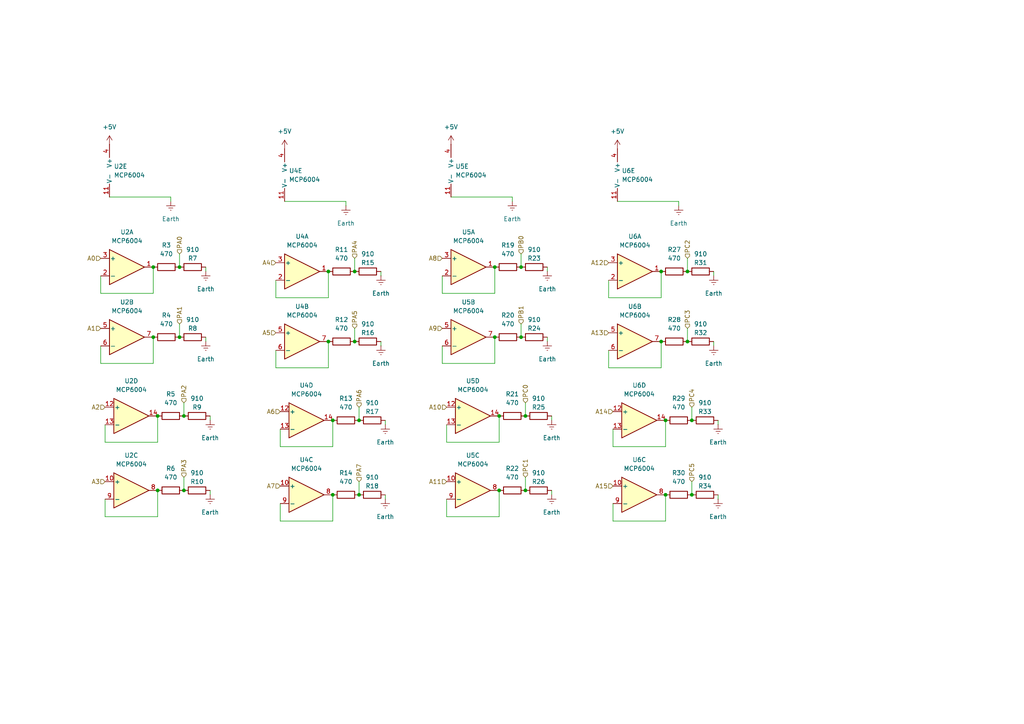
<source format=kicad_sch>
(kicad_sch (version 20231120) (generator "eeschema") (generator_version "8.0")
  (paper "A4")
  (title_block (title "STM32F407 Mega Layout") (date "2025-02-22") (rev "1.2") (company "MAZDUINO") (comment 1 "202501"))
  (lib_symbols
    (symbol "Amplifier_Operational:MCP6004" (pin_names (offset 0.127))
      (property "Reference" "U" (at 0 5.08 0))
      (property "Value" "MCP6004" (at 0 -5.08 0))
      (symbol "MCP6004_1_1"
        (polyline (pts (xy -5.08 5.08) (xy 5.08 0) (xy -5.08 -5.08) (xy -5.08 5.08)) (stroke (width 0.254)) (fill (type background)))
        (pin output line (at 7.62 0 180) (length 2.54) (name "~") (number "1"))
        (pin input line (at -7.62 -2.54 0) (length 2.54) (name "-") (number "2"))
        (pin input line (at -7.62 2.54 0) (length 2.54) (name "+") (number "3"))
      )
      (symbol "MCP6004_2_1"
        (polyline (pts (xy -5.08 5.08) (xy 5.08 0) (xy -5.08 -5.08) (xy -5.08 5.08)) (stroke (width 0.254)) (fill (type background)))
        (pin input line (at -7.62 2.54 0) (length 2.54) (name "+") (number "5"))
        (pin input line (at -7.62 -2.54 0) (length 2.54) (name "-") (number "6"))
        (pin output line (at 7.62 0 180) (length 2.54) (name "~") (number "7"))
      )
      (symbol "MCP6004_3_1"
        (polyline (pts (xy -5.08 5.08) (xy 5.08 0) (xy -5.08 -5.08) (xy -5.08 5.08)) (stroke (width 0.254)) (fill (type background)))
        (pin input line (at -7.62 2.54 0) (length 2.54) (name "+") (number "10"))
        (pin output line (at 7.62 0 180) (length 2.54) (name "~") (number "8"))
        (pin input line (at -7.62 -2.54 0) (length 2.54) (name "-") (number "9"))
      )
      (symbol "MCP6004_4_1"
        (polyline (pts (xy -5.08 5.08) (xy 5.08 0) (xy -5.08 -5.08) (xy -5.08 5.08)) (stroke (width 0.254)) (fill (type background)))
        (pin input line (at -7.62 2.54 0) (length 2.54) (name "+") (number "12"))
        (pin input line (at -7.62 -2.54 0) (length 2.54) (name "-") (number "13"))
        (pin output line (at 7.62 0 180) (length 2.54) (name "~") (number "14"))
      )
      (symbol "MCP6004_5_1"
        (pin power_in line (at -2.54 -7.62 90) (length 3.81) (name "V-") (number "11"))
        (pin power_in line (at -2.54 7.62 270) (length 3.81) (name "V+") (number "4"))
      )
    )
    (symbol "Device:R" (pin_numbers hide) (pin_names (offset 0))
      (property "Reference" "R" (at 2.032 0 90))
      (property "Value" "R" (at 0 0 90))
      (symbol "R_0_1"
        (rectangle (start -1.016 -2.54) (end 1.016 2.54) (stroke (width 0.254)))
      )
      (symbol "R_1_1"
        (pin passive line (at 0 3.81 270) (length 1.27) (name "~") (number "1"))
        (pin passive line (at 0 -3.81 90) (length 1.27) (name "~") (number "2"))
      )
    )
    (symbol "power:+5V" (power) (pin_numbers hide) (pin_names (offset 0) hide)
      (property "Value" "+5V" (at 0 3.556 0))
      (symbol "+5V_0_1"
        (polyline (pts (xy -0.762 1.27) (xy 0 2.54)))
        (polyline (pts (xy 0 0) (xy 0 2.54)))
        (polyline (pts (xy 0 2.54) (xy 0.762 1.27)))
      )
      (symbol "+5V_1_1"
        (pin power_in line (at 0 0 90) (length 0) (name "~") (number "1"))
      )
    )
    (symbol "power:Earth" (power) (pin_numbers hide) (pin_names (offset 0) hide)
      (property "Value" "Earth" (at 0 -3.81 0))
      (symbol "Earth_0_1"
        (polyline (pts (xy -0.635 -1.905) (xy 0.635 -1.905)))
        (polyline (pts (xy -0.127 -2.54) (xy 0.127 -2.54)))
        (polyline (pts (xy 0 -1.27) (xy 0 0)))
        (polyline (pts (xy 1.27 -1.27) (xy -1.27 -1.27)))
      )
      (symbol "Earth_1_1"
        (pin power_in line (at 0 0 270) (length 0) (name "~") (number "1"))
      )
    )
  )
  (junction (at 45.72 120.65))
  (junction (at 52.07 97.79))
  (junction (at 96.52 121.92))
  (junction (at 44.45 97.79))
  (junction (at 96.52 143.51))
  (junction (at 200.66 121.92))
  (junction (at 104.14 121.92))
  (junction (at 193.04 143.51))
  (junction (at 200.66 143.51))
  (junction (at 144.78 142.24))
  (junction (at 143.51 97.79))
  (junction (at 151.13 77.47))
  (junction (at 102.87 99.06))
  (junction (at 95.25 99.06))
  (junction (at 53.34 142.24))
  (junction (at 152.4 142.24))
  (junction (at 152.4 120.65))
  (junction (at 44.45 77.47))
  (junction (at 199.39 78.74))
  (junction (at 52.07 77.47))
  (junction (at 144.78 120.65))
  (junction (at 104.14 143.51))
  (junction (at 191.77 78.74))
  (junction (at 102.87 78.74))
  (junction (at 143.51 77.47))
  (junction (at 193.04 121.92))
  (junction (at 95.25 78.74))
  (junction (at 199.39 99.06))
  (junction (at 53.34 120.65))
  (junction (at 151.13 97.79))
  (junction (at 191.77 99.06))
  (junction (at 45.72 142.24))
  (wire (pts (xy 191.77 86.36) (xy 191.77 78.74)))
  (wire (pts (xy 29.21 85.09) (xy 44.45 85.09)))
  (wire (pts (xy 96.52 129.54) (xy 96.52 121.92)))
  (wire (pts (xy 100.33 58.42) (xy 100.33 59.69)))
  (wire (pts (xy 199.39 74.93) (xy 199.39 78.74)))
  (wire (pts (xy 200.66 118.11) (xy 200.66 121.92)))
  (wire (pts (xy 53.34 116.84) (xy 53.34 120.65)))
  (wire (pts (xy 193.04 151.13) (xy 193.04 143.51)))
  (wire (pts (xy 60.96 120.65) (xy 60.96 121.92)))
  (wire (pts (xy 81.28 129.54) (xy 96.52 129.54)))
  (wire (pts (xy 30.48 144.78) (xy 30.48 149.86)))
  (wire (pts (xy 191.77 106.68) (xy 191.77 99.06)))
  (wire (pts (xy 52.07 93.98) (xy 52.07 97.79)))
  (wire (pts (xy 80.01 86.36) (xy 95.25 86.36)))
  (wire (pts (xy 59.69 77.47) (xy 59.69 78.74)))
  (wire (pts (xy 82.55 58.42) (xy 100.33 58.42)))
  (wire (pts (xy 110.49 99.06) (xy 110.49 100.33)))
  (wire (pts (xy 129.54 128.27) (xy 144.78 128.27)))
  (wire (pts (xy 177.8 146.05) (xy 177.8 151.13)))
  (wire (pts (xy 176.53 86.36) (xy 191.77 86.36)))
  (wire (pts (xy 29.21 80.01) (xy 29.21 85.09)))
  (wire (pts (xy 104.14 139.7) (xy 104.14 143.51)))
  (wire (pts (xy 199.39 95.25) (xy 199.39 99.06)))
  (wire (pts (xy 177.8 151.13) (xy 193.04 151.13)))
  (wire (pts (xy 44.45 85.09) (xy 44.45 77.47)))
  (wire (pts (xy 179.07 58.42) (xy 196.85 58.42)))
  (wire (pts (xy 59.69 97.79) (xy 59.69 99.06)))
  (wire (pts (xy 144.78 128.27) (xy 144.78 120.65)))
  (wire (pts (xy 143.51 85.09) (xy 143.51 77.47)))
  (wire (pts (xy 95.25 106.68) (xy 95.25 99.06)))
  (wire (pts (xy 152.4 116.84) (xy 152.4 120.65)))
  (wire (pts (xy 111.76 143.51) (xy 111.76 144.78)))
  (wire (pts (xy 151.13 93.98) (xy 151.13 97.79)))
  (wire (pts (xy 128.27 105.41) (xy 143.51 105.41)))
  (wire (pts (xy 96.52 151.13) (xy 96.52 143.51)))
  (wire (pts (xy 143.51 105.41) (xy 143.51 97.79)))
  (wire (pts (xy 80.01 101.6) (xy 80.01 106.68)))
  (wire (pts (xy 193.04 129.54) (xy 193.04 121.92)))
  (wire (pts (xy 128.27 80.01) (xy 128.27 85.09)))
  (wire (pts (xy 30.48 128.27) (xy 45.72 128.27)))
  (wire (pts (xy 81.28 124.46) (xy 81.28 129.54)))
  (wire (pts (xy 53.34 138.43) (xy 53.34 142.24)))
  (wire (pts (xy 177.8 129.54) (xy 193.04 129.54)))
  (wire (pts (xy 176.53 81.28) (xy 176.53 86.36)))
  (wire (pts (xy 60.96 142.24) (xy 60.96 143.51)))
  (wire (pts (xy 81.28 146.05) (xy 81.28 151.13)))
  (wire (pts (xy 130.81 57.15) (xy 148.59 57.15)))
  (wire (pts (xy 95.25 86.36) (xy 95.25 78.74)))
  (wire (pts (xy 45.72 149.86) (xy 45.72 142.24)))
  (wire (pts (xy 158.75 77.47) (xy 158.75 78.74)))
  (wire (pts (xy 177.8 124.46) (xy 177.8 129.54)))
  (wire (pts (xy 30.48 149.86) (xy 45.72 149.86)))
  (wire (pts (xy 148.59 57.15) (xy 148.59 58.42)))
  (wire (pts (xy 111.76 121.92) (xy 111.76 123.19)))
  (wire (pts (xy 129.54 149.86) (xy 144.78 149.86)))
  (wire (pts (xy 200.66 139.7) (xy 200.66 143.51)))
  (wire (pts (xy 29.21 100.33) (xy 29.21 105.41)))
  (wire (pts (xy 129.54 144.78) (xy 129.54 149.86)))
  (wire (pts (xy 196.85 58.42) (xy 196.85 59.69)))
  (wire (pts (xy 31.75 57.15) (xy 49.53 57.15)))
  (wire (pts (xy 81.28 151.13) (xy 96.52 151.13)))
  (wire (pts (xy 158.75 97.79) (xy 158.75 99.06)))
  (wire (pts (xy 80.01 106.68) (xy 95.25 106.68)))
  (wire (pts (xy 144.78 149.86) (xy 144.78 142.24)))
  (wire (pts (xy 207.01 78.74) (xy 207.01 80.01)))
  (wire (pts (xy 151.13 73.66) (xy 151.13 77.47)))
  (wire (pts (xy 104.14 118.11) (xy 104.14 121.92)))
  (wire (pts (xy 160.02 120.65) (xy 160.02 121.92)))
  (wire (pts (xy 176.53 101.6) (xy 176.53 106.68)))
  (wire (pts (xy 208.28 143.51) (xy 208.28 144.78)))
  (wire (pts (xy 152.4 138.43) (xy 152.4 142.24)))
  (wire (pts (xy 129.54 123.19) (xy 129.54 128.27)))
  (wire (pts (xy 102.87 74.93) (xy 102.87 78.74)))
  (wire (pts (xy 128.27 100.33) (xy 128.27 105.41)))
  (wire (pts (xy 102.87 95.25) (xy 102.87 99.06)))
  (wire (pts (xy 44.45 105.41) (xy 44.45 97.79)))
  (wire (pts (xy 128.27 85.09) (xy 143.51 85.09)))
  (wire (pts (xy 29.21 105.41) (xy 44.45 105.41)))
  (wire (pts (xy 176.53 106.68) (xy 191.77 106.68)))
  (wire (pts (xy 49.53 57.15) (xy 49.53 58.42)))
  (wire (pts (xy 160.02 142.24) (xy 160.02 143.51)))
  (wire (pts (xy 207.01 99.06) (xy 207.01 100.33)))
  (wire (pts (xy 80.01 81.28) (xy 80.01 86.36)))
  (wire (pts (xy 30.48 123.19) (xy 30.48 128.27)))
  (wire (pts (xy 208.28 121.92) (xy 208.28 123.19)))
  (wire (pts (xy 110.49 78.74) (xy 110.49 80.01)))
  (wire (pts (xy 45.72 128.27) (xy 45.72 120.65)))
  (wire (pts (xy 52.07 73.66) (xy 52.07 77.47)))
  (hierarchical_label "PC1" (shape input) (at 152.4 138.43 90))
  (hierarchical_label "PC3" (shape input) (at 199.39 95.25 90))
  (hierarchical_label "A14" (shape input) (at 177.8 119.38 180))
  (hierarchical_label "A11" (shape input) (at 129.54 139.7 180))
  (hierarchical_label "PC5" (shape input) (at 200.66 139.7 90))
  (hierarchical_label "PC4" (shape input) (at 200.66 118.11 90))
  (hierarchical_label "PA0" (shape input) (at 52.07 73.66 90))
  (hierarchical_label "A1" (shape input) (at 29.21 95.25 180))
  (hierarchical_label "PC0" (shape input) (at 152.4 116.84 90))
  (hierarchical_label "A12" (shape input) (at 176.53 76.2 180))
  (hierarchical_label "A2" (shape input) (at 30.48 118.11 180))
  (hierarchical_label "PB1" (shape input) (at 151.13 93.98 90))
  (hierarchical_label "A15" (shape input) (at 177.8 140.97 180))
  (hierarchical_label "PA4" (shape input) (at 102.87 74.93 90))
  (hierarchical_label "A13" (shape input) (at 176.53 96.52 180))
  (hierarchical_label "A8" (shape input) (at 128.27 74.93 180))
  (hierarchical_label "A0" (shape input) (at 29.21 74.93 180))
  (hierarchical_label "A4" (shape input) (at 80.01 76.2 180))
  (hierarchical_label "PA7" (shape input) (at 104.14 139.7 90))
  (hierarchical_label "PB0" (shape input) (at 151.13 73.66 90))
  (hierarchical_label "A10" (shape input) (at 129.54 118.11 180))
  (hierarchical_label "PA5" (shape input) (at 102.87 95.25 90))
  (hierarchical_label "PA3" (shape input) (at 53.34 138.43 90))
  (hierarchical_label "PA1" (shape input) (at 52.07 93.98 90))
  (hierarchical_label "PA6" (shape input) (at 104.14 118.11 90))
  (hierarchical_label "PA2" (shape input) (at 53.34 116.84 90))
  (hierarchical_label "A7" (shape input) (at 81.28 140.97 180))
  (hierarchical_label "PC2" (shape input) (at 199.39 74.93 90))
  (hierarchical_label "A3" (shape input) (at 30.48 139.7 180))
  (hierarchical_label "A9" (shape input) (at 128.27 95.25 180))
  (hierarchical_label "A5" (shape input) (at 80.01 96.52 180))
  (hierarchical_label "A6" (shape input) (at 81.28 119.38 180))
  (symbol (lib_id "Amplifier_Operational:MCP6004") (at 36.83 97.79 0) (unit 2)
    (property "Reference" "U2" (at 36.83 87.63 0))
    (property "Value" "MCP6004" (at 36.83 90.17 0))
    (property "Footprint" "MCP6004T_I_SL:SOIC127P600X175-14N" (effects (hide yes)))
    (property "Datasheet" "http://ww1.microchip.com/downloads/en/DeviceDoc/21733j.pdf" (effects (hide yes)))
    (property "Description" "1MHz, Low-Power Op Amp, DIP-14/SOIC-14/TSSOP-14" (effects (hide yes)))
  )
  (symbol (lib_id "power:+5V") (at 82.55 43.18 0) (unit 1)
    (property "Reference" "#PWR022" (effects (hide yes)))
    (property "Value" "+5V" (at 82.55 38.1 0))
    (property "Description" "Power symbol creates a global label with name \"+5V\"" (effects (hide yes)))
  )
  (symbol (lib_id "Device:R") (at 55.88 97.79 90) (unit 1)
    (property "Reference" "R8" (at 55.88 95.25 90))
    (property "Value" "910" (at 55.88 92.71 90))
    (property "Footprint" "Resistor_SMD:R_0603_1608Metric" (effects (hide yes)))
    (property "Description" "Resistor" (effects (hide yes)))
  )
  (symbol (lib_id "Device:R") (at 154.94 77.47 90) (unit 1)
    (property "Reference" "R23" (at 154.94 74.93 90))
    (property "Value" "910" (at 154.94 72.39 90))
    (property "Footprint" "Resistor_SMD:R_0603_1608Metric" (effects (hide yes)))
    (property "Description" "Resistor" (effects (hide yes)))
  )
  (symbol (lib_id "Device:R") (at 100.33 143.51 270) (unit 1)
    (property "Reference" "R14" (at 100.33 137.16 90))
    (property "Value" "470" (at 100.33 139.7 90))
    (property "Footprint" "Resistor_SMD:R_0603_1608Metric" (effects (hide yes)))
    (property "Description" "Resistor" (effects (hide yes)))
  )
  (symbol (lib_id "Device:R") (at 148.59 142.24 270) (unit 1)
    (property "Reference" "R22" (at 148.59 135.89 90))
    (property "Value" "470" (at 148.59 138.43 90))
    (property "Footprint" "Resistor_SMD:R_0603_1608Metric" (effects (hide yes)))
    (property "Description" "Resistor" (effects (hide yes)))
  )
  (symbol (lib_id "Device:R") (at 49.53 120.65 270) (unit 1)
    (property "Reference" "R5" (at 49.53 114.3 90))
    (property "Value" "470" (at 49.53 116.84 90))
    (property "Footprint" "Resistor_SMD:R_0603_1608Metric" (effects (hide yes)))
    (property "Description" "Resistor" (effects (hide yes)))
  )
  (symbol (lib_id "power:Earth") (at 148.59 58.42 0) (unit 1)
    (property "Reference" "#PWR029" (effects (hide yes)))
    (property "Value" "Earth" (at 148.59 63.5 0))
    (property "Description" "Power symbol creates a global label with name \"Earth\"" (effects (hide yes)))
  )
  (symbol (lib_id "power:Earth") (at 158.75 99.06 0) (unit 1)
    (property "Reference" "#PWR031" (effects (hide yes)))
    (property "Value" "Earth" (at 158.75 104.14 0))
    (property "Description" "Power symbol creates a global label with name \"Earth\"" (effects (hide yes)))
  )
  (symbol (lib_id "Amplifier_Operational:MCP6004") (at 88.9 121.92 0) (unit 4)
    (property "Reference" "U4" (at 88.9 111.76 0))
    (property "Value" "MCP6004" (at 88.9 114.3 0))
    (property "Footprint" "MCP6004T_I_SL:SOIC127P600X175-14N" (effects (hide yes)))
    (property "Datasheet" "http://ww1.microchip.com/downloads/en/DeviceDoc/21733j.pdf" (effects (hide yes)))
    (property "Description" "1MHz, Low-Power Op Amp, DIP-14/SOIC-14/TSSOP-14" (effects (hide yes)))
  )
  (symbol (lib_id "Amplifier_Operational:MCP6004") (at 87.63 99.06 0) (unit 2)
    (property "Reference" "U4" (at 87.63 88.9 0))
    (property "Value" "MCP6004" (at 87.63 91.44 0))
    (property "Footprint" "MCP6004T_I_SL:SOIC127P600X175-14N" (effects (hide yes)))
    (property "Datasheet" "http://ww1.microchip.com/downloads/en/DeviceDoc/21733j.pdf" (effects (hide yes)))
    (property "Description" "1MHz, Low-Power Op Amp, DIP-14/SOIC-14/TSSOP-14" (effects (hide yes)))
  )
  (symbol (lib_id "Amplifier_Operational:MCP6004") (at 185.42 121.92 0) (unit 4)
    (property "Reference" "U6" (at 185.42 111.76 0))
    (property "Value" "MCP6004" (at 185.42 114.3 0))
    (property "Footprint" "MCP6004T_I_SL:SOIC127P600X175-14N" (effects (hide yes)))
    (property "Datasheet" "http://ww1.microchip.com/downloads/en/DeviceDoc/21733j.pdf" (effects (hide yes)))
    (property "Description" "1MHz, Low-Power Op Amp, DIP-14/SOIC-14/TSSOP-14" (effects (hide yes)))
  )
  (symbol (lib_id "power:Earth") (at 196.85 59.69 0) (unit 1)
    (property "Reference" "#PWR035" (effects (hide yes)))
    (property "Value" "Earth" (at 196.85 64.77 0))
    (property "Description" "Power symbol creates a global label with name \"Earth\"" (effects (hide yes)))
  )
  (symbol (lib_id "power:Earth") (at 100.33 59.69 0) (unit 1)
    (property "Reference" "#PWR023" (effects (hide yes)))
    (property "Value" "Earth" (at 100.33 64.77 0))
    (property "Description" "Power symbol creates a global label with name \"Earth\"" (effects (hide yes)))
  )
  (symbol (lib_id "power:Earth") (at 59.69 78.74 0) (unit 1)
    (property "Reference" "#PWR018" (effects (hide yes)))
    (property "Value" "Earth" (at 59.69 83.82 0))
    (property "Description" "Power symbol creates a global label with name \"Earth\"" (effects (hide yes)))
  )
  (symbol (lib_id "Device:R") (at 57.15 120.65 90) (unit 1)
    (property "Reference" "R9" (at 57.15 118.11 90))
    (property "Value" "910" (at 57.15 115.57 90))
    (property "Footprint" "Resistor_SMD:R_0603_1608Metric" (effects (hide yes)))
    (property "Description" "Resistor" (effects (hide yes)))
  )
  (symbol (lib_id "Device:R") (at 154.94 97.79 90) (unit 1)
    (property "Reference" "R24" (at 154.94 95.25 90))
    (property "Value" "910" (at 154.94 92.71 90))
    (property "Footprint" "Resistor_SMD:R_0603_1608Metric" (effects (hide yes)))
    (property "Description" "Resistor" (effects (hide yes)))
  )
  (symbol (lib_id "Device:R") (at 156.21 142.24 90) (unit 1)
    (property "Reference" "R26" (at 156.21 139.7 90))
    (property "Value" "910" (at 156.21 137.16 90))
    (property "Footprint" "Resistor_SMD:R_0603_1608Metric" (effects (hide yes)))
    (property "Description" "Resistor" (effects (hide yes)))
  )
  (symbol (lib_id "Device:R") (at 107.95 121.92 90) (unit 1)
    (property "Reference" "R17" (at 107.95 119.38 90))
    (property "Value" "910" (at 107.95 116.84 90))
    (property "Footprint" "Resistor_SMD:R_0603_1608Metric" (effects (hide yes)))
    (property "Description" "Resistor" (effects (hide yes)))
  )
  (symbol (lib_id "Device:R") (at 48.26 77.47 270) (unit 1)
    (property "Reference" "R3" (at 48.26 71.12 90))
    (property "Value" "470" (at 48.26 73.66 90))
    (property "Footprint" "Resistor_SMD:R_0603_1608Metric" (effects (hide yes)))
    (property "Description" "Resistor" (effects (hide yes)))
  )
  (symbol (lib_id "Amplifier_Operational:MCP6004") (at 184.15 78.74 0) (unit 1)
    (property "Reference" "U6" (at 184.15 68.58 0))
    (property "Value" "MCP6004" (at 184.15 71.12 0))
    (property "Footprint" "MCP6004T_I_SL:SOIC127P600X175-14N" (effects (hide yes)))
    (property "Datasheet" "http://ww1.microchip.com/downloads/en/DeviceDoc/21733j.pdf" (effects (hide yes)))
    (property "Description" "1MHz, Low-Power Op Amp, DIP-14/SOIC-14/TSSOP-14" (effects (hide yes)))
  )
  (symbol (lib_id "power:Earth") (at 60.96 143.51 0) (unit 1)
    (property "Reference" "#PWR021" (effects (hide yes)))
    (property "Value" "Earth" (at 60.96 148.59 0))
    (property "Description" "Power symbol creates a global label with name \"Earth\"" (effects (hide yes)))
  )
  (symbol (lib_id "Device:R") (at 204.47 121.92 90) (unit 1)
    (property "Reference" "R33" (at 204.47 119.38 90))
    (property "Value" "910" (at 204.47 116.84 90))
    (property "Footprint" "Resistor_SMD:R_0603_1608Metric" (effects (hide yes)))
    (property "Description" "Resistor" (effects (hide yes)))
  )
  (symbol (lib_id "Device:R") (at 203.2 78.74 90) (unit 1)
    (property "Reference" "R31" (at 203.2 76.2 90))
    (property "Value" "910" (at 203.2 73.66 90))
    (property "Footprint" "Resistor_SMD:R_0603_1608Metric" (effects (hide yes)))
    (property "Description" "Resistor" (effects (hide yes)))
  )
  (symbol (lib_id "power:Earth") (at 160.02 121.92 0) (unit 1)
    (property "Reference" "#PWR032" (effects (hide yes)))
    (property "Value" "Earth" (at 160.02 127 0))
    (property "Description" "Power symbol creates a global label with name \"Earth\"" (effects (hide yes)))
  )
  (symbol (lib_id "Device:R") (at 195.58 99.06 270) (unit 1)
    (property "Reference" "R28" (at 195.58 92.71 90))
    (property "Value" "470" (at 195.58 95.25 90))
    (property "Footprint" "Resistor_SMD:R_0603_1608Metric" (effects (hide yes)))
    (property "Description" "Resistor" (effects (hide yes)))
  )
  (symbol (lib_id "Amplifier_Operational:MCP6004") (at 34.29 49.53 0) (unit 5)
    (property "Reference" "U2" (at 33.02 48.2599 0) (effects (justify left)))
    (property "Value" "MCP6004" (at 33.02 50.7999 0) (effects (justify left)))
    (property "Footprint" "MCP6004T_I_SL:SOIC127P600X175-14N" (effects (hide yes)))
    (property "Datasheet" "http://ww1.microchip.com/downloads/en/DeviceDoc/21733j.pdf" (effects (hide yes)))
    (property "Description" "1MHz, Low-Power Op Amp, DIP-14/SOIC-14/TSSOP-14" (effects (hide yes)))
  )
  (symbol (lib_id "Device:R") (at 195.58 78.74 270) (unit 1)
    (property "Reference" "R27" (at 195.58 72.39 90))
    (property "Value" "470" (at 195.58 74.93 90))
    (property "Footprint" "Resistor_SMD:R_0603_1608Metric" (effects (hide yes)))
    (property "Description" "Resistor" (effects (hide yes)))
  )
  (symbol (lib_id "Amplifier_Operational:MCP6004") (at 135.89 77.47 0) (unit 1)
    (property "Reference" "U5" (at 135.89 67.31 0))
    (property "Value" "MCP6004" (at 135.89 69.85 0))
    (property "Footprint" "MCP6004T_I_SL:SOIC127P600X175-14N" (effects (hide yes)))
    (property "Datasheet" "http://ww1.microchip.com/downloads/en/DeviceDoc/21733j.pdf" (effects (hide yes)))
    (property "Description" "1MHz, Low-Power Op Amp, DIP-14/SOIC-14/TSSOP-14" (effects (hide yes)))
  )
  (symbol (lib_id "Amplifier_Operational:MCP6004") (at 137.16 142.24 0) (unit 3)
    (property "Reference" "U5" (at 137.16 132.08 0))
    (property "Value" "MCP6004" (at 137.16 134.62 0))
    (property "Footprint" "MCP6004T_I_SL:SOIC127P600X175-14N" (effects (hide yes)))
    (property "Datasheet" "http://ww1.microchip.com/downloads/en/DeviceDoc/21733j.pdf" (effects (hide yes)))
    (property "Description" "1MHz, Low-Power Op Amp, DIP-14/SOIC-14/TSSOP-14" (effects (hide yes)))
  )
  (symbol (lib_id "Amplifier_Operational:MCP6004") (at 135.89 97.79 0) (unit 2)
    (property "Reference" "U5" (at 135.89 87.63 0))
    (property "Value" "MCP6004" (at 135.89 90.17 0))
    (property "Footprint" "MCP6004T_I_SL:SOIC127P600X175-14N" (effects (hide yes)))
    (property "Datasheet" "http://ww1.microchip.com/downloads/en/DeviceDoc/21733j.pdf" (effects (hide yes)))
    (property "Description" "1MHz, Low-Power Op Amp, DIP-14/SOIC-14/TSSOP-14" (effects (hide yes)))
  )
  (symbol (lib_id "Device:R") (at 147.32 97.79 270) (unit 1)
    (property "Reference" "R20" (at 147.32 91.44 90))
    (property "Value" "470" (at 147.32 93.98 90))
    (property "Footprint" "Resistor_SMD:R_0603_1608Metric" (effects (hide yes)))
    (property "Description" "Resistor" (effects (hide yes)))
  )
  (symbol (lib_id "Device:R") (at 106.68 78.74 90) (unit 1)
    (property "Reference" "R15" (at 106.68 76.2 90))
    (property "Value" "910" (at 106.68 73.66 90))
    (property "Footprint" "Resistor_SMD:R_0603_1608Metric" (effects (hide yes)))
    (property "Description" "Resistor" (effects (hide yes)))
  )
  (symbol (lib_id "Amplifier_Operational:MCP6004") (at 38.1 120.65 0) (unit 4)
    (property "Reference" "U2" (at 38.1 110.49 0))
    (property "Value" "MCP6004" (at 38.1 113.03 0))
    (property "Footprint" "MCP6004T_I_SL:SOIC127P600X175-14N" (effects (hide yes)))
    (property "Datasheet" "http://ww1.microchip.com/downloads/en/DeviceDoc/21733j.pdf" (effects (hide yes)))
    (property "Description" "1MHz, Low-Power Op Amp, DIP-14/SOIC-14/TSSOP-14" (effects (hide yes)))
  )
  (symbol (lib_id "Amplifier_Operational:MCP6004") (at 87.63 78.74 0) (unit 1)
    (property "Reference" "U4" (at 87.63 68.58 0))
    (property "Value" "MCP6004" (at 87.63 71.12 0))
    (property "Footprint" "MCP6004T_I_SL:SOIC127P600X175-14N" (effects (hide yes)))
    (property "Datasheet" "http://ww1.microchip.com/downloads/en/DeviceDoc/21733j.pdf" (effects (hide yes)))
    (property "Description" "1MHz, Low-Power Op Amp, DIP-14/SOIC-14/TSSOP-14" (effects (hide yes)))
  )
  (symbol (lib_id "power:Earth") (at 111.76 144.78 0) (unit 1)
    (property "Reference" "#PWR027" (effects (hide yes)))
    (property "Value" "Earth" (at 111.76 149.86 0))
    (property "Description" "Power symbol creates a global label with name \"Earth\"" (effects (hide yes)))
  )
  (symbol (lib_id "power:+5V") (at 130.81 41.91 0) (unit 1)
    (property "Reference" "#PWR028" (effects (hide yes)))
    (property "Value" "+5V" (at 130.81 36.83 0))
    (property "Description" "Power symbol creates a global label with name \"+5V\"" (effects (hide yes)))
  )
  (symbol (lib_id "power:Earth") (at 111.76 123.19 0) (unit 1)
    (property "Reference" "#PWR026" (effects (hide yes)))
    (property "Value" "Earth" (at 111.76 128.27 0))
    (property "Description" "Power symbol creates a global label with name \"Earth\"" (effects (hide yes)))
  )
  (symbol (lib_id "power:Earth") (at 59.69 99.06 0) (unit 1)
    (property "Reference" "#PWR019" (effects (hide yes)))
    (property "Value" "Earth" (at 59.69 104.14 0))
    (property "Description" "Power symbol creates a global label with name \"Earth\"" (effects (hide yes)))
  )
  (symbol (lib_id "power:+5V") (at 179.07 43.18 0) (unit 1)
    (property "Reference" "#PWR034" (effects (hide yes)))
    (property "Value" "+5V" (at 179.07 38.1 0))
    (property "Description" "Power symbol creates a global label with name \"+5V\"" (effects (hide yes)))
  )
  (symbol (lib_id "power:Earth") (at 208.28 144.78 0) (unit 1)
    (property "Reference" "#PWR039" (effects (hide yes)))
    (property "Value" "Earth" (at 208.28 149.86 0))
    (property "Description" "Power symbol creates a global label with name \"Earth\"" (effects (hide yes)))
  )
  (symbol (lib_id "power:Earth") (at 207.01 80.01 0) (unit 1)
    (property "Reference" "#PWR036" (effects (hide yes)))
    (property "Value" "Earth" (at 207.01 85.09 0))
    (property "Description" "Power symbol creates a global label with name \"Earth\"" (effects (hide yes)))
  )
  (symbol (lib_id "Amplifier_Operational:MCP6004") (at 137.16 120.65 0) (unit 4)
    (property "Reference" "U5" (at 137.16 110.49 0))
    (property "Value" "MCP6004" (at 137.16 113.03 0))
    (property "Footprint" "MCP6004T_I_SL:SOIC127P600X175-14N" (effects (hide yes)))
    (property "Datasheet" "http://ww1.microchip.com/downloads/en/DeviceDoc/21733j.pdf" (effects (hide yes)))
    (property "Description" "1MHz, Low-Power Op Amp, DIP-14/SOIC-14/TSSOP-14" (effects (hide yes)))
  )
  (symbol (lib_id "Device:R") (at 99.06 78.74 270) (unit 1)
    (property "Reference" "R11" (at 99.06 72.39 90))
    (property "Value" "470" (at 99.06 74.93 90))
    (property "Footprint" "Resistor_SMD:R_0603_1608Metric" (effects (hide yes)))
    (property "Description" "Resistor" (effects (hide yes)))
  )
  (symbol (lib_id "Amplifier_Operational:MCP6004") (at 133.35 49.53 0) (unit 5)
    (property "Reference" "U5" (at 132.08 48.2599 0) (effects (justify left)))
    (property "Value" "MCP6004" (at 132.08 50.7999 0) (effects (justify left)))
    (property "Footprint" "MCP6004T_I_SL:SOIC127P600X175-14N" (effects (hide yes)))
    (property "Datasheet" "http://ww1.microchip.com/downloads/en/DeviceDoc/21733j.pdf" (effects (hide yes)))
    (property "Description" "1MHz, Low-Power Op Amp, DIP-14/SOIC-14/TSSOP-14" (effects (hide yes)))
  )
  (symbol (lib_id "power:+5V") (at 31.75 41.91 0) (unit 1)
    (property "Reference" "#PWR016" (effects (hide yes)))
    (property "Value" "+5V" (at 31.75 36.83 0))
    (property "Description" "Power symbol creates a global label with name \"+5V\"" (effects (hide yes)))
  )
  (symbol (lib_id "Device:R") (at 55.88 77.47 90) (unit 1)
    (property "Reference" "R7" (at 55.88 74.93 90))
    (property "Value" "910" (at 55.88 72.39 90))
    (property "Footprint" "Resistor_SMD:R_0603_1608Metric" (effects (hide yes)))
    (property "Description" "Resistor" (effects (hide yes)))
  )
  (symbol (lib_id "Device:R") (at 99.06 99.06 270) (unit 1)
    (property "Reference" "R12" (at 99.06 92.71 90))
    (property "Value" "470" (at 99.06 95.25 90))
    (property "Footprint" "Resistor_SMD:R_0603_1608Metric" (effects (hide yes)))
    (property "Description" "Resistor" (effects (hide yes)))
  )
  (symbol (lib_id "power:Earth") (at 208.28 123.19 0) (unit 1)
    (property "Reference" "#PWR038" (effects (hide yes)))
    (property "Value" "Earth" (at 208.28 128.27 0))
    (property "Description" "Power symbol creates a global label with name \"Earth\"" (effects (hide yes)))
  )
  (symbol (lib_id "Device:R") (at 100.33 121.92 270) (unit 1)
    (property "Reference" "R13" (at 100.33 115.57 90))
    (property "Value" "470" (at 100.33 118.11 90))
    (property "Footprint" "Resistor_SMD:R_0603_1608Metric" (effects (hide yes)))
    (property "Description" "Resistor" (effects (hide yes)))
  )
  (symbol (lib_id "Device:R") (at 49.53 142.24 270) (unit 1)
    (property "Reference" "R6" (at 49.53 135.89 90))
    (property "Value" "470" (at 49.53 138.43 90))
    (property "Footprint" "Resistor_SMD:R_0603_1608Metric" (effects (hide yes)))
    (property "Description" "Resistor" (effects (hide yes)))
  )
  (symbol (lib_id "Device:R") (at 107.95 143.51 90) (unit 1)
    (property "Reference" "R18" (at 107.95 140.97 90))
    (property "Value" "910" (at 107.95 138.43 90))
    (property "Footprint" "Resistor_SMD:R_0603_1608Metric" (effects (hide yes)))
    (property "Description" "Resistor" (effects (hide yes)))
  )
  (symbol (lib_id "power:Earth") (at 110.49 100.33 0) (unit 1)
    (property "Reference" "#PWR025" (effects (hide yes)))
    (property "Value" "Earth" (at 110.49 105.41 0))
    (property "Description" "Power symbol creates a global label with name \"Earth\"" (effects (hide yes)))
  )
  (symbol (lib_id "Amplifier_Operational:MCP6004") (at 88.9 143.51 0) (unit 3)
    (property "Reference" "U4" (at 88.9 133.35 0))
    (property "Value" "MCP6004" (at 88.9 135.89 0))
    (property "Footprint" "MCP6004T_I_SL:SOIC127P600X175-14N" (effects (hide yes)))
    (property "Datasheet" "http://ww1.microchip.com/downloads/en/DeviceDoc/21733j.pdf" (effects (hide yes)))
    (property "Description" "1MHz, Low-Power Op Amp, DIP-14/SOIC-14/TSSOP-14" (effects (hide yes)))
  )
  (symbol (lib_id "Amplifier_Operational:MCP6004") (at 184.15 99.06 0) (unit 2)
    (property "Reference" "U6" (at 184.15 88.9 0))
    (property "Value" "MCP6004" (at 184.15 91.44 0))
    (property "Footprint" "MCP6004T_I_SL:SOIC127P600X175-14N" (effects (hide yes)))
    (property "Datasheet" "http://ww1.microchip.com/downloads/en/DeviceDoc/21733j.pdf" (effects (hide yes)))
    (property "Description" "1MHz, Low-Power Op Amp, DIP-14/SOIC-14/TSSOP-14" (effects (hide yes)))
  )
  (symbol (lib_id "power:Earth") (at 60.96 121.92 0) (unit 1)
    (property "Reference" "#PWR020" (effects (hide yes)))
    (property "Value" "Earth" (at 60.96 127 0))
    (property "Description" "Power symbol creates a global label with name \"Earth\"" (effects (hide yes)))
  )
  (symbol (lib_id "Device:R") (at 196.85 121.92 270) (unit 1)
    (property "Reference" "R29" (at 196.85 115.57 90))
    (property "Value" "470" (at 196.85 118.11 90))
    (property "Footprint" "Resistor_SMD:R_0603_1608Metric" (effects (hide yes)))
    (property "Description" "Resistor" (effects (hide yes)))
  )
  (symbol (lib_id "Device:R") (at 203.2 99.06 90) (unit 1)
    (property "Reference" "R32" (at 203.2 96.52 90))
    (property "Value" "910" (at 203.2 93.98 90))
    (property "Footprint" "Resistor_SMD:R_0603_1608Metric" (effects (hide yes)))
    (property "Description" "Resistor" (effects (hide yes)))
  )
  (symbol (lib_id "power:Earth") (at 158.75 78.74 0) (unit 1)
    (property "Reference" "#PWR030" (effects (hide yes)))
    (property "Value" "Earth" (at 158.75 83.82 0))
    (property "Description" "Power symbol creates a global label with name \"Earth\"" (effects (hide yes)))
  )
  (symbol (lib_id "Device:R") (at 204.47 143.51 90) (unit 1)
    (property "Reference" "R34" (at 204.47 140.97 90))
    (property "Value" "910" (at 204.47 138.43 90))
    (property "Footprint" "Resistor_SMD:R_0603_1608Metric" (effects (hide yes)))
    (property "Description" "Resistor" (effects (hide yes)))
  )
  (symbol (lib_id "power:Earth") (at 160.02 143.51 0) (unit 1)
    (property "Reference" "#PWR033" (effects (hide yes)))
    (property "Value" "Earth" (at 160.02 148.59 0))
    (property "Description" "Power symbol creates a global label with name \"Earth\"" (effects (hide yes)))
  )
  (symbol (lib_id "power:Earth") (at 49.53 58.42 0) (unit 1)
    (property "Reference" "#PWR017" (effects (hide yes)))
    (property "Value" "Earth" (at 49.53 63.5 0))
    (property "Description" "Power symbol creates a global label with name \"Earth\"" (effects (hide yes)))
  )
  (symbol (lib_id "Device:R") (at 147.32 77.47 270) (unit 1)
    (property "Reference" "R19" (at 147.32 71.12 90))
    (property "Value" "470" (at 147.32 73.66 90))
    (property "Footprint" "Resistor_SMD:R_0603_1608Metric" (effects (hide yes)))
    (property "Description" "Resistor" (effects (hide yes)))
  )
  (symbol (lib_id "Device:R") (at 196.85 143.51 270) (unit 1)
    (property "Reference" "R30" (at 196.85 137.16 90))
    (property "Value" "470" (at 196.85 139.7 90))
    (property "Footprint" "Resistor_SMD:R_0603_1608Metric" (effects (hide yes)))
    (property "Description" "Resistor" (effects (hide yes)))
  )
  (symbol (lib_id "power:Earth") (at 110.49 80.01 0) (unit 1)
    (property "Reference" "#PWR024" (effects (hide yes)))
    (property "Value" "Earth" (at 110.49 85.09 0))
    (property "Description" "Power symbol creates a global label with name \"Earth\"" (effects (hide yes)))
  )
  (symbol (lib_id "power:Earth") (at 207.01 100.33 0) (unit 1)
    (property "Reference" "#PWR037" (effects (hide yes)))
    (property "Value" "Earth" (at 207.01 105.41 0))
    (property "Description" "Power symbol creates a global label with name \"Earth\"" (effects (hide yes)))
  )
  (symbol (lib_id "Device:R") (at 156.21 120.65 90) (unit 1)
    (property "Reference" "R25" (at 156.21 118.11 90))
    (property "Value" "910" (at 156.21 115.57 90))
    (property "Footprint" "Resistor_SMD:R_0603_1608Metric" (effects (hide yes)))
    (property "Description" "Resistor" (effects (hide yes)))
  )
  (symbol (lib_id "Amplifier_Operational:MCP6004") (at 181.61 50.8 0) (unit 5)
    (property "Reference" "U6" (at 180.34 49.5299 0) (effects (justify left)))
    (property "Value" "MCP6004" (at 180.34 52.0699 0) (effects (justify left)))
    (property "Footprint" "MCP6004T_I_SL:SOIC127P600X175-14N" (effects (hide yes)))
    (property "Datasheet" "http://ww1.microchip.com/downloads/en/DeviceDoc/21733j.pdf" (effects (hide yes)))
    (property "Description" "1MHz, Low-Power Op Amp, DIP-14/SOIC-14/TSSOP-14" (effects (hide yes)))
  )
  (symbol (lib_id "Device:R") (at 148.59 120.65 270) (unit 1)
    (property "Reference" "R21" (at 148.59 114.3 90))
    (property "Value" "470" (at 148.59 116.84 90))
    (property "Footprint" "Resistor_SMD:R_0603_1608Metric" (effects (hide yes)))
    (property "Description" "Resistor" (effects (hide yes)))
  )
  (symbol (lib_id "Device:R") (at 57.15 142.24 90) (unit 1)
    (property "Reference" "R10" (at 57.15 139.7 90))
    (property "Value" "910" (at 57.15 137.16 90))
    (property "Footprint" "Resistor_SMD:R_0603_1608Metric" (effects (hide yes)))
    (property "Description" "Resistor" (effects (hide yes)))
  )
  (symbol (lib_id "Device:R") (at 106.68 99.06 90) (unit 1)
    (property "Reference" "R16" (at 106.68 96.52 90))
    (property "Value" "910" (at 106.68 93.98 90))
    (property "Footprint" "Resistor_SMD:R_0603_1608Metric" (effects (hide yes)))
    (property "Description" "Resistor" (effects (hide yes)))
  )
  (symbol (lib_id "Amplifier_Operational:MCP6004") (at 36.83 77.47 0) (unit 1)
    (property "Reference" "U2" (at 36.83 67.31 0))
    (property "Value" "MCP6004" (at 36.83 69.85 0))
    (property "Footprint" "MCP6004T_I_SL:SOIC127P600X175-14N" (effects (hide yes)))
    (property "Datasheet" "http://ww1.microchip.com/downloads/en/DeviceDoc/21733j.pdf" (effects (hide yes)))
    (property "Description" "1MHz, Low-Power Op Amp, DIP-14/SOIC-14/TSSOP-14" (effects (hide yes)))
  )
  (symbol (lib_id "Amplifier_Operational:MCP6004") (at 185.42 143.51 0) (unit 3)
    (property "Reference" "U6" (at 185.42 133.35 0))
    (property "Value" "MCP6004" (at 185.42 135.89 0))
    (property "Footprint" "MCP6004T_I_SL:SOIC127P600X175-14N" (effects (hide yes)))
    (property "Datasheet" "http://ww1.microchip.com/downloads/en/DeviceDoc/21733j.pdf" (effects (hide yes)))
    (property "Description" "1MHz, Low-Power Op Amp, DIP-14/SOIC-14/TSSOP-14" (effects (hide yes)))
  )
  (symbol (lib_id "Amplifier_Operational:MCP6004") (at 85.09 50.8 0) (unit 5)
    (property "Reference" "U4" (at 83.82 49.5299 0) (effects (justify left)))
    (property "Value" "MCP6004" (at 83.82 52.0699 0) (effects (justify left)))
    (property "Footprint" "MCP6004T_I_SL:SOIC127P600X175-14N" (effects (hide yes)))
    (property "Datasheet" "http://ww1.microchip.com/downloads/en/DeviceDoc/21733j.pdf" (effects (hide yes)))
    (property "Description" "1MHz, Low-Power Op Amp, DIP-14/SOIC-14/TSSOP-14" (effects (hide yes)))
  )
  (symbol (lib_id "Device:R") (at 48.26 97.79 270) (unit 1)
    (property "Reference" "R4" (at 48.26 91.44 90))
    (property "Value" "470" (at 48.26 93.98 90))
    (property "Footprint" "Resistor_SMD:R_0603_1608Metric" (effects (hide yes)))
    (property "Description" "Resistor" (effects (hide yes)))
  )
  (symbol (lib_id "Amplifier_Operational:MCP6004") (at 38.1 142.24 0) (unit 3)
    (property "Reference" "U2" (at 38.1 132.08 0))
    (property "Value" "MCP6004" (at 38.1 134.62 0))
    (property "Footprint" "MCP6004T_I_SL:SOIC127P600X175-14N" (effects (hide yes)))
    (property "Datasheet" "http://ww1.microchip.com/downloads/en/DeviceDoc/21733j.pdf" (effects (hide yes)))
    (property "Description" "1MHz, Low-Power Op Amp, DIP-14/SOIC-14/TSSOP-14" (effects (hide yes)))
  )
)
</source>
